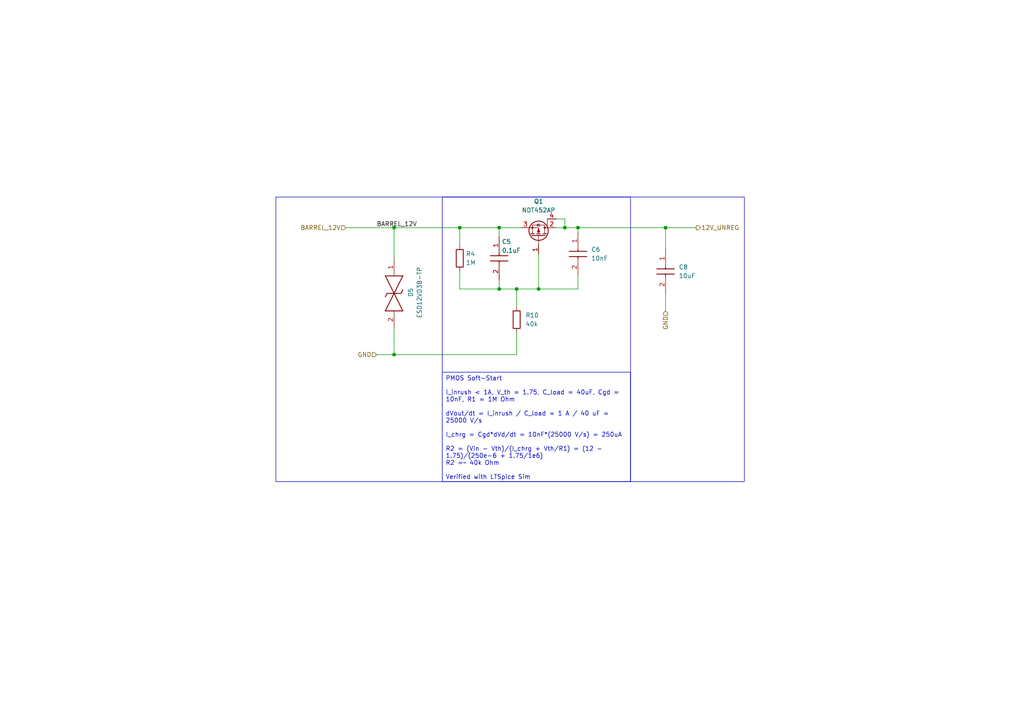
<source format=kicad_sch>
(kicad_sch (version 20250114) (generator "eeschema") (generator_version "9.0")
  (paper "A4")
  (lib_symbols
    (symbol "Device:R" (pin_numbers (hide yes)) (pin_names (offset 0))
      (property "Reference" "R" (at 2.032 0 90))
      (property "Value" "R" (at 0 0 90))
      (symbol "R_0_1"
        (rectangle (start -1.016 -2.54) (end 1.016 2.54) (stroke (width 0.254)))
      )
      (symbol "R_1_1"
        (pin passive line (at 0 3.81 270) (length 1.27) (name "~") (number "1"))
        (pin passive line (at 0 -3.81 90) (length 1.27) (name "~") (number "2"))
      )
    )
    (symbol "SamacSys_Parts:C0603C104K5RACTU" (pin_names (hide yes))
      (property "Reference" "C" (at 8.89 6.35 0))
      (property "Value" "C0603C104K5RACTU" (at 8.89 3.81 0))
      (symbol "C0603C104K5RACTU_1_1"
        (polyline (pts (xy 5.08 0) (xy 5.588 0)) (stroke (width 0.254)))
        (polyline (pts (xy 5.588 2.54) (xy 5.588 -2.54)) (stroke (width 0.254)))
        (polyline (pts (xy 7.112 2.54) (xy 7.112 -2.54)) (stroke (width 0.254)))
        (polyline (pts (xy 7.112 0) (xy 7.62 0)) (stroke (width 0.254)))
        (pin passive line (at 0 0 0) (length 5.08) (name "1") (number "1"))
        (pin passive line (at 12.7 0 180) (length 5.08) (name "2") (number "2"))
      )
    )
    (symbol "SamacSys_Parts:CL21A106KAYNNNE" (pin_names (hide yes))
      (property "Reference" "C" (at 8.89 6.35 0))
      (property "Value" "CL21A106KAYNNNE" (at 8.89 3.81 0))
      (symbol "CL21A106KAYNNNE_1_1"
        (polyline (pts (xy 5.08 0) (xy 5.588 0)) (stroke (width 0.254)))
        (polyline (pts (xy 5.588 2.54) (xy 5.588 -2.54)) (stroke (width 0.254)))
        (polyline (pts (xy 7.112 2.54) (xy 7.112 -2.54)) (stroke (width 0.254)))
        (polyline (pts (xy 7.112 0) (xy 7.62 0)) (stroke (width 0.254)))
        (pin passive line (at 0 0 0) (length 5.08) (name "1") (number "1"))
        (pin passive line (at 12.7 0 180) (length 5.08) (name "2") (number "2"))
      )
    )
    (symbol "SamacSys_Parts:ESD12VD3B-TP" (pin_names (hide yes))
      (property "Reference" "D" (at 12.7 8.89 0))
      (property "Value" "ESD12VD3B-TP" (at 12.7 6.35 0))
      (symbol "ESD12VD3B-TP_1_1"
        (polyline (pts (xy 5.08 2.54) (xy 5.08 -2.54)) (stroke (width 0.254)))
        (polyline (pts (xy 5.08 2.54) (xy 10.16 0)) (stroke (width 0.254)))
        (polyline (pts (xy 9.144 2.54) (xy 10.16 2.032)) (stroke (width 0.254)))
        (polyline (pts (xy 10.16 0) (xy 5.08 -2.54)) (stroke (width 0.254)))
        (polyline (pts (xy 10.16 0) (xy 15.24 -2.54)) (stroke (width 0.254)))
        (polyline (pts (xy 10.16 -2.032) (xy 10.16 2.032)) (stroke (width 0.254)))
        (polyline (pts (xy 10.16 -2.032) (xy 11.176 -2.54)) (stroke (width 0.254)))
        (polyline (pts (xy 15.24 2.54) (xy 10.16 0)) (stroke (width 0.254)))
        (polyline (pts (xy 15.24 2.54) (xy 15.24 -2.54)) (stroke (width 0.254)))
        (pin passive line (at 0 0 0) (length 5.08) (name "1") (number "1"))
        (pin passive line (at 20.32 0 180) (length 5.08) (name "2") (number "2"))
      )
    )
    (symbol "SamacSys_Parts:GRM155R71E103KA01D" (pin_names (hide yes))
      (property "Reference" "C" (at 8.89 6.35 0))
      (property "Value" "GRM155R71E103KA01D" (at 8.89 3.81 0))
      (symbol "GRM155R71E103KA01D_1_1"
        (polyline (pts (xy 5.08 0) (xy 5.588 0)) (stroke (width 0.254)))
        (polyline (pts (xy 5.588 2.54) (xy 5.588 -2.54)) (stroke (width 0.254)))
        (polyline (pts (xy 7.112 2.54) (xy 7.112 -2.54)) (stroke (width 0.254)))
        (polyline (pts (xy 7.112 0) (xy 7.62 0)) (stroke (width 0.254)))
        (pin passive line (at 0 0 0) (length 5.08) (name "1") (number "1"))
        (pin passive line (at 12.7 0 180) (length 5.08) (name "2") (number "2"))
      )
    )
    (symbol "Transistor_FET:Q_PMOS_GDSD" (pin_names (offset 0) (hide yes))
      (property "Reference" "Q" (at 5.08 1.905 0))
      (property "Value" "Q_PMOS_GDSD" (at 5.08 0 0))
      (symbol "Q_PMOS_GDSD_0_1"
        (polyline (pts (xy 0.254 1.905) (xy 0.254 -1.905)) (stroke (width 0.254)))
        (polyline (pts (xy 0.254 0) (xy -2.54 0)))
        (polyline (pts (xy 0.762 2.286) (xy 0.762 1.27)) (stroke (width 0.254)))
        (polyline (pts (xy 0.762 1.778) (xy 3.302 1.778) (xy 3.302 -1.778) (xy 0.762 -1.778)))
        (polyline (pts (xy 0.762 0.508) (xy 0.762 -0.508)) (stroke (width 0.254)))
        (polyline (pts (xy 0.762 -1.27) (xy 0.762 -2.286)) (stroke (width 0.254)))
        (circle (center 1.651 0) (radius 2.794) (stroke (width 0.254)))
        (polyline (pts (xy 2.286 0) (xy 1.27 0.381) (xy 1.27 -0.381) (xy 2.286 0)) (fill (type outline)))
        (circle (center 2.54 1.778) (radius 0.254) (fill (type outline)))
        (circle (center 2.54 -1.778) (radius 0.254) (fill (type outline)))
        (polyline (pts (xy 2.54 -2.54) (xy 2.54 0) (xy 0.762 0)))
        (polyline (pts (xy 2.921 -0.381) (xy 3.683 -0.381)))
        (polyline (pts (xy 3.302 -0.381) (xy 2.921 0.254) (xy 3.683 0.254) (xy 3.302 -0.381)))
        (polyline (pts (xy 5.08 2.54) (xy 2.54 2.54) (xy 2.54 1.778)))
      )
      (symbol "Q_PMOS_GDSD_1_1"
        (pin input line (at -5.08 0 0) (length 2.54) (name "G") (number "1"))
        (pin passive line (at 2.54 5.08 270) (length 2.54) (name "D") (number "2"))
        (pin passive line (at 2.54 -5.08 90) (length 2.54) (name "S") (number "3"))
        (pin passive line (at 5.08 5.08 270) (length 2.54) (name "D") (number "4"))
      )
    )
  )
  (rectangle (start 128.27 57.15) (end 182.88 139.7))
  (rectangle (start 80.01 57.15) (end 215.9 139.7))
  (text_box "PMOS Soft-Start\n\nI_inrush < 1A, V_th = 1.75, C_load = 40uF, Cgd = 10nF, R1 = 1M Ohm\n\ndVout/dt = I_inrush / C_load = 1 A / 40 uF = 25000 V/s\n\nI_chrg = Cgd*dVd/dt = 10nF*(25000 V/s) = 250uA\n\nR2 = (Vin - Vth)/(I_chrg + Vth/R1) = (12 - 1.75)/(250e-6 + 1.75/1e6)\nR2 =~ 40k Ohm\n\nVerified with LTSpice Sim" (at 128.27 107.95 0) (size 54.61 31.75) (margins 0.9525 0.9525 0.9525 0.9525) (effects (font (size 1.27 1.27)) (justify left top)))
  (junction (at 144.78 66.04))
  (junction (at 156.21 83.82))
  (junction (at 163.83 66.04))
  (junction (at 114.3 102.87))
  (junction (at 193.04 66.04))
  (junction (at 149.86 83.82))
  (junction (at 167.64 66.04))
  (junction (at 133.35 66.04))
  (junction (at 114.3 66.04))
  (junction (at 144.78 83.82))
  (wire (pts (xy 144.78 66.04) (xy 151.13 66.04)))
  (wire (pts (xy 149.86 83.82) (xy 149.86 88.9)))
  (wire (pts (xy 193.04 85.09) (xy 193.04 90.17)))
  (wire (pts (xy 114.3 95.25) (xy 114.3 102.87)))
  (wire (pts (xy 114.3 66.04) (xy 114.3 74.93)))
  (wire (pts (xy 133.35 71.12) (xy 133.35 66.04)))
  (wire (pts (xy 156.21 73.66) (xy 156.21 83.82)))
  (wire (pts (xy 193.04 66.04) (xy 193.04 72.39)))
  (wire (pts (xy 163.83 63.5) (xy 163.83 66.04)))
  (wire (pts (xy 114.3 102.87) (xy 149.86 102.87)))
  (wire (pts (xy 163.83 66.04) (xy 167.64 66.04)))
  (wire (pts (xy 149.86 96.52) (xy 149.86 102.87)))
  (wire (pts (xy 156.21 83.82) (xy 149.86 83.82)))
  (wire (pts (xy 144.78 83.82) (xy 133.35 83.82)))
  (wire (pts (xy 167.64 66.04) (xy 193.04 66.04)))
  (wire (pts (xy 133.35 66.04) (xy 144.78 66.04)))
  (wire (pts (xy 144.78 81.28) (xy 144.78 83.82)))
  (wire (pts (xy 161.29 66.04) (xy 163.83 66.04)))
  (wire (pts (xy 114.3 66.04) (xy 133.35 66.04)))
  (wire (pts (xy 161.29 63.5) (xy 163.83 63.5)))
  (wire (pts (xy 149.86 83.82) (xy 144.78 83.82)))
  (wire (pts (xy 167.64 80.01) (xy 167.64 83.82)))
  (wire (pts (xy 100.33 66.04) (xy 114.3 66.04)))
  (wire (pts (xy 156.21 83.82) (xy 167.64 83.82)))
  (wire (pts (xy 193.04 66.04) (xy 201.93 66.04)))
  (wire (pts (xy 109.22 102.87) (xy 114.3 102.87)))
  (wire (pts (xy 167.64 66.04) (xy 167.64 67.31)))
  (wire (pts (xy 133.35 78.74) (xy 133.35 83.82)))
  (wire (pts (xy 144.78 66.04) (xy 144.78 68.58)))
  (label "BARREL_12V" (at 109.22 66.04 0))
  (hierarchical_label "GND" (shape input) (at 109.22 102.87 180))
  (hierarchical_label "BARREL_12V" (shape input) (at 100.33 66.04 180))
  (hierarchical_label "GND" (shape input) (at 193.04 90.17 270))
  (hierarchical_label "12V_UNREG" (shape output) (at 201.93 66.04 0))
  (symbol (lib_id "SamacSys_Parts:C0603C104K5RACTU") (at 144.78 68.58 270) (unit 1)
    (property "Reference" "C5" (at 145.542 70.104 90) (effects (justify left)))
    (property "Value" "0.1uF" (at 145.542 72.644 90) (effects (justify left)))
    (property "Footprint" "C0603" (effects (hide yes)))
    (property "Datasheet" "https://content.kemet.com/datasheets/KEM_C1002_X7R_SMD.pdf" (effects (hide yes)))
    (property "Description" "SMD Comm X7R, Ceramic, 0.1 uF, 10%, 50 VDC, 125 VDC, 125C, -55C, X7R, SMD, MLCC, Temperature Stable, Class II, 2.5 % , 5 GOhms, 7.3 mg, 0603, 1.6mm, 0.8mm, 0.8mm, 0.7mm, 0.35mm, 4000, 78  Weeks, 80" (effects (hide yes)))
    (property "Height" "0.87" (effects (hide yes)))
    (property "Manufacturer_Name" "KEMET" (effects (hide yes)))
    (property "Manufacturer_Part_Number" "C0603C104K5RACTU" (effects (hide yes)))
    (property "Mouser Part Number" "80-C0603C104K5R" (effects (hide yes)))
    (property "Mouser Price/Stock" "https://www.mouser.co.uk/ProductDetail/KEMET/C0603C104K5RACTU?qs=l5k%252BbMnNDkkVcnZPSAaaiQ%3D%3D" (effects (hide yes)))
    (property "Arrow Part Number" "C0603C104K5RACTU" (effects (hide yes)))
    (property "Arrow Price/Stock" "https://www.arrow.com/en/products/c0603c104k5ractu/kemet-corporation?utm_currency=USD&region=nac" (effects (hide yes)))
  )
  (symbol (lib_id "SamacSys_Parts:CL21A106KAYNNNE") (at 193.04 72.39 270) (unit 1)
    (property "Reference" "C8" (at 196.85 77.4699 90) (effects (justify left)))
    (property "Value" "10uF" (at 196.85 80.0099 90) (effects (justify left)))
    (property "Footprint" "CAPC2012X145N" (effects (hide yes)))
    (property "Datasheet" "https://datasheet.datasheetarchive.com/originals/distributors/Datasheets_SAMA/6a45835c9b7400e9b49c55c38a8ff4a2.pdf" (effects (hide yes)))
    (property "Description" "Samsung" (effects (hide yes)))
    (property "Height" "1.45" (effects (hide yes)))
    (property "Manufacturer_Name" "SAMSUNG" (effects (hide yes)))
    (property "Manufacturer_Part_Number" "CL21A106KAYNNNE" (effects (hide yes)))
    (property "Mouser Part Number" "187-CL21A106KAYNNNE" (effects (hide yes)))
    (property "Mouser Price/Stock" "https://www.mouser.co.uk/ProductDetail/Samsung-Electro-Mechanics/CL21A106KAYNNNE?qs=yOVawPpwOwmTXAd4dJtNjA%3D%3D" (effects (hide yes)))
    (property "Arrow Part Number" "CL21A106KAYNNNE" (effects (hide yes)))
    (property "Arrow Price/Stock" "https://www.arrow.com/en/products/cl21a106kaynnne/samsung-electro-mechanics?utm_currency=USD&region=nac" (effects (hide yes)))
  )
  (symbol (lib_id "SamacSys_Parts:ESD12VD3B-TP") (at 114.3 74.93 270) (unit 1)
    (property "Reference" "D5" (at 119.126 84.836 0))
    (property "Value" "ESD12VD3B-TP" (at 121.666 84.836 0))
    (property "Footprint" "SOD2512X115N" (effects (hide yes)))
    (property "Datasheet" "https://www.mccsemi.com/pdf/Products/ESD12VD3B(SOD-323).pdf" (effects (hide yes)))
    (property "Description" "ESD Protection Devices" (effects (hide yes)))
    (property "Height" "1.15" (effects (hide yes)))
    (property "Manufacturer_Name" "MCC" (effects (hide yes)))
    (property "Manufacturer_Part_Number" "ESD12VD3B-TP" (effects (hide yes)))
    (property "Mouser Part Number" "833-ESD12VD3B-TP" (effects (hide yes)))
    (property "Mouser Price/Stock" "https://www.mouser.co.uk/ProductDetail/Micro-Commercial-Components-MCC/ESD12VD3B-TP?qs=JeAkOuORR2UindL%252BbQ2Y4w%3D%3D" (effects (hide yes)))
    (property "Arrow Part Number" "ESD12VD3B-TP" (effects (hide yes)))
    (property "Arrow Price/Stock" "https://www.arrow.com/en/products/esd12vd3b-tp/micro-commercial-components?region=nac" (effects (hide yes)))
  )
  (symbol (lib_id "Device:R") (at 149.86 92.71 180) (unit 1)
    (property "Reference" "R10" (at 152.4 91.4399 0) (effects (justify right)))
    (property "Value" "40k" (at 152.4 93.9799 0) (effects (justify right)))
    (property "Description" "Resistor" (effects (hide yes)))
  )
  (symbol (lib_id "SamacSys_Parts:GRM155R71E103KA01D") (at 167.64 67.31 270) (unit 1)
    (property "Reference" "C6" (at 171.45 72.3899 90) (effects (justify left)))
    (property "Value" "10nF" (at 171.45 74.9299 90) (effects (justify left)))
    (property "Footprint" "CAPC1005X70N" (effects (hide yes)))
    (property "Datasheet" "https://search.murata.co.jp/Ceramy/image/img/A01X/G101/ENG/GRM155R71E103KA01-01A.pdf" (effects (hide yes)))
    (property "Description" "Cap, Ceramic,0402, 10nF 25V Murata 0402 GRM 10nF Ceramic Multilayer Capacitor, 25 V dc, +125C, X7R Dielectric, +/-10% SMD" (effects (hide yes)))
    (property "Height" "0.7" (effects (hide yes)))
    (property "Manufacturer_Name" "Murata Electronics" (effects (hide yes)))
    (property "Manufacturer_Part_Number" "GRM155R71E103KA01D" (effects (hide yes)))
    (property "Mouser Part Number" "81-GRM36X103K25" (effects (hide yes)))
    (property "Mouser Price/Stock" "https://www.mouser.co.uk/ProductDetail/Murata-Electronics/GRM155R71E103KA01D?qs=tOieHv2smhmMGFtkNVb1ug%3D%3D" (effects (hide yes)))
    (property "Arrow Part Number" "GRM155R71E103KA01D" (effects (hide yes)))
    (property "Arrow Price/Stock" "https://www.arrow.com/en/products/grm155r71e103ka01d/murata-manufacturing?utm_currency=USD&region=nac" (effects (hide yes)))
  )
  (symbol (lib_id "Device:R") (at 133.35 74.93 0) (unit 1)
    (property "Reference" "R4" (at 135.128 73.66 0) (effects (justify left)))
    (property "Value" "1M" (at 135.128 76.2 0) (effects (justify left)))
    (property "Description" "Resistor" (effects (hide yes)))
  )
  (symbol (lib_id "Transistor_FET:Q_PMOS_GDSD") (at 156.21 68.58 270) (mirror x) (unit 1)
    (property "Reference" "Q1" (at 156.21 58.42 90))
    (property "Value" "NDT452AP" (at 156.21 60.96 90))
    (property "Footprint" "SamacSys_Parts:SOT230P700X180-4N" (effects (hide yes)))
    (property "Description" "P-MOSFET transistor, gate/drain/source, drain connected to mounting plane" (effects (hide yes)))
  )
)
</source>
